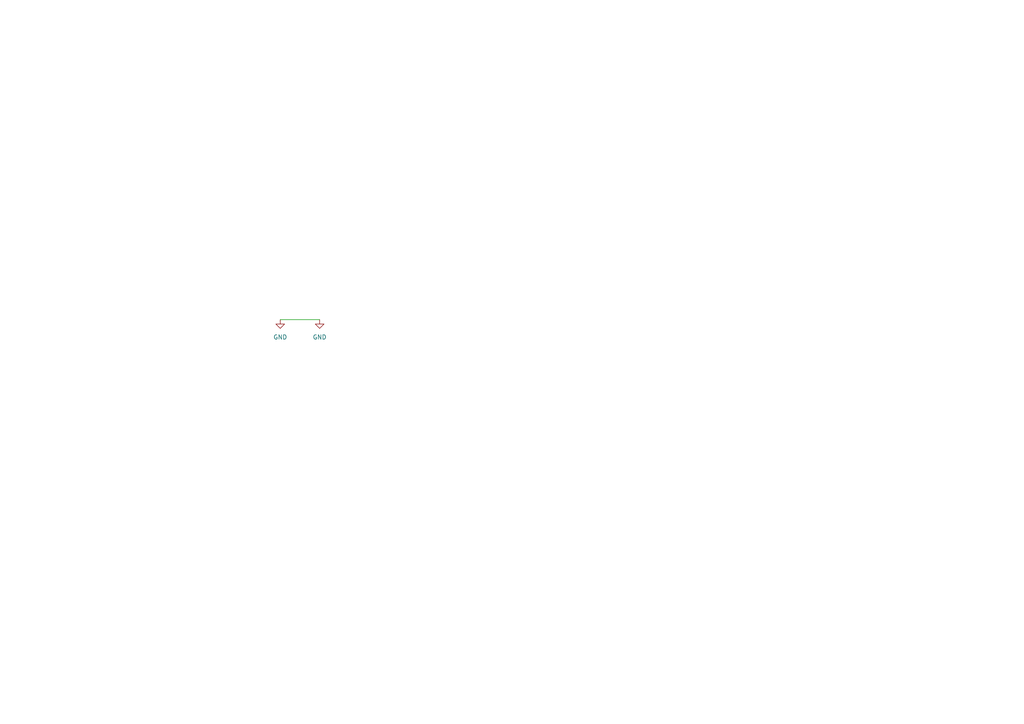
<source format=kicad_sch>
(kicad_sch (version 20220404) (generator eeschema)
  (paper "A4")
  (lib_symbols
    (symbol "power:GND" (power) (pin_names (offset 0))
      (property "Value" "GND" (at 0 -3.81 0))
      (symbol "GND_0_1"
        (polyline (pts (xy 0 0) (xy 0 -1.27) (xy 1.27 -1.27) (xy 0 -2.54) (xy -1.27 -1.27) (xy 0 -1.27)))
      )
      (symbol "GND_1_1"
        (pin power_in line (at 0 0 270) (length 0) hide (name "GND") (number "1"))
      )
    )
  )
  (wire (pts (xy 81.28 92.71) (xy 92.71 92.71)))
  (symbol (lib_id "power:GND") (at 81.28 92.71 0) (unit 1)
    (default_instance (reference "#PWR") (unit 1) (value "GND") (footprint ""))
    (property "Reference" "#PWR02" (effects hide))
    (property "Value" "GND" (at 81.28 97.79 0))
  )
  (symbol (lib_id "power:GND") (at 92.71 92.71 0) (unit 1)
    (default_instance (reference "#PWR") (unit 1) (value "GND") (footprint ""))
    (property "Reference" "#PWR0101" (effects hide))
    (property "Value" "GND" (at 92.71 97.79 0))
  )
)
</source>
